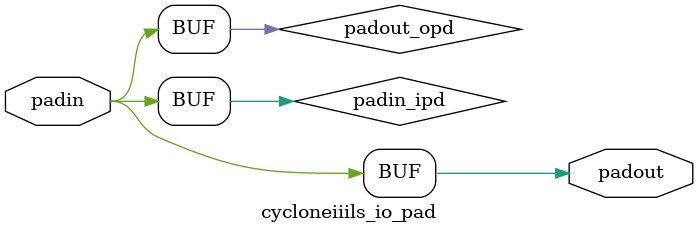
<source format=v>
module cycloneiiils_io_pad ( 
		      padin, 
                      padout
	            );
parameter lpm_type = "cycloneiiils_io_pad";
input padin; 
output padout;
wire padin_ipd;
wire padout_opd;
buf padin_buf  (padin_ipd,padin);
assign padout_opd = padin_ipd;
buf padout_buf (padout, padout_opd);
endmodule
</source>
